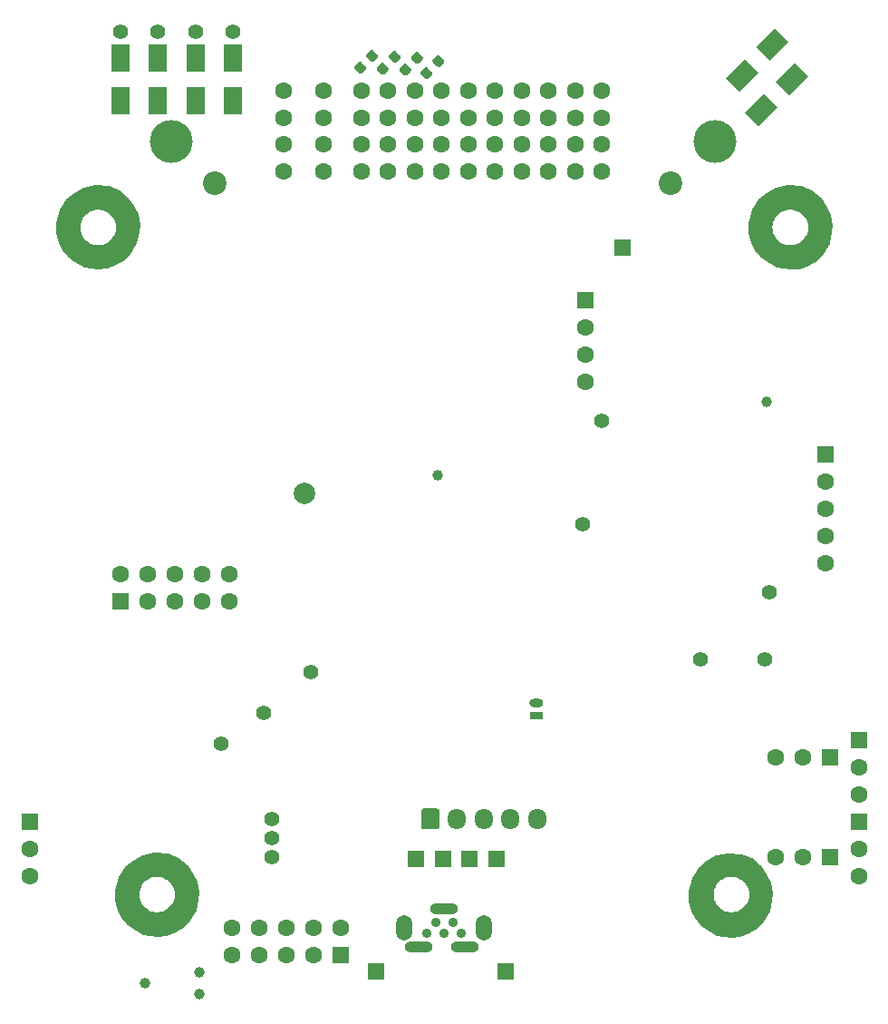
<source format=gbr>
%TF.GenerationSoftware,KiCad,Pcbnew,5.1.5+dfsg1-2build2*%
%TF.CreationDate,2021-12-29T17:16:46+01:00*%
%TF.ProjectId,micro_rusEFI,6d696372-6f5f-4727-9573-4546492e6b69,R0.5.5rc2*%
%TF.SameCoordinates,Original*%
%TF.FileFunction,Soldermask,Bot*%
%TF.FilePolarity,Negative*%
%FSLAX46Y46*%
G04 Gerber Fmt 4.6, Leading zero omitted, Abs format (unit mm)*
G04 Created by KiCad (PCBNEW 5.1.5+dfsg1-2build2) date 2021-12-29 17:16:46*
%MOMM*%
%LPD*%
G04 APERTURE LIST*
%ADD10O,1.700152X1.950152*%
%ADD11C,0.100000*%
%ADD12O,2.616352X1.016152*%
%ADD13C,0.889152*%
%ADD14O,1.500152X2.380152*%
%ADD15C,1.400152*%
%ADD16R,1.800152X2.500152*%
%ADD17C,2.000152*%
%ADD18C,0.990752*%
%ADD19C,1.000000*%
%ADD20R,1.600152X1.600152*%
%ADD21C,1.600152*%
%ADD22C,4.000152*%
%ADD23C,2.200152*%
%ADD24R,1.300152X0.800152*%
%ADD25O,1.300152X0.800152*%
%ADD26R,1.524152X1.524152*%
%ADD27C,0.254000*%
G04 APERTURE END LIST*
D10*
X69629040Y-97551240D03*
X67129040Y-97551240D03*
X64629040Y-97551240D03*
X62129040Y-97551240D03*
D11*
G36*
X60253691Y-96577367D02*
G01*
X60277951Y-96580966D01*
X60301743Y-96586926D01*
X60324835Y-96595188D01*
X60347006Y-96605674D01*
X60368043Y-96618283D01*
X60387743Y-96632894D01*
X60405916Y-96649364D01*
X60422386Y-96667537D01*
X60436997Y-96687237D01*
X60449606Y-96708274D01*
X60460092Y-96730445D01*
X60468354Y-96753537D01*
X60474314Y-96777329D01*
X60477913Y-96801589D01*
X60479116Y-96826086D01*
X60479116Y-98276394D01*
X60477913Y-98300891D01*
X60474314Y-98325151D01*
X60468354Y-98348943D01*
X60460092Y-98372035D01*
X60449606Y-98394206D01*
X60436997Y-98415243D01*
X60422386Y-98434943D01*
X60405916Y-98453116D01*
X60387743Y-98469586D01*
X60368043Y-98484197D01*
X60347006Y-98496806D01*
X60324835Y-98507292D01*
X60301743Y-98515554D01*
X60277951Y-98521514D01*
X60253691Y-98525113D01*
X60229194Y-98526316D01*
X59028886Y-98526316D01*
X59004389Y-98525113D01*
X58980129Y-98521514D01*
X58956337Y-98515554D01*
X58933245Y-98507292D01*
X58911074Y-98496806D01*
X58890037Y-98484197D01*
X58870337Y-98469586D01*
X58852164Y-98453116D01*
X58835694Y-98434943D01*
X58821083Y-98415243D01*
X58808474Y-98394206D01*
X58797988Y-98372035D01*
X58789726Y-98348943D01*
X58783766Y-98325151D01*
X58780167Y-98300891D01*
X58778964Y-98276394D01*
X58778964Y-96826086D01*
X58780167Y-96801589D01*
X58783766Y-96777329D01*
X58789726Y-96753537D01*
X58797988Y-96730445D01*
X58808474Y-96708274D01*
X58821083Y-96687237D01*
X58835694Y-96667537D01*
X58852164Y-96649364D01*
X58870337Y-96632894D01*
X58890037Y-96618283D01*
X58911074Y-96605674D01*
X58933245Y-96595188D01*
X58956337Y-96586926D01*
X58980129Y-96580966D01*
X59004389Y-96577367D01*
X59028886Y-96576164D01*
X60229194Y-96576164D01*
X60253691Y-96577367D01*
G37*
D12*
X58534600Y-109471400D03*
X62834600Y-109471400D03*
X60934600Y-105971400D03*
D13*
X59334600Y-108221400D03*
X60134600Y-107221400D03*
X60934600Y-108221400D03*
X61734600Y-107221400D03*
X62534600Y-108221400D03*
D14*
X57234600Y-107721400D03*
X64634600Y-107721400D03*
D15*
X91350000Y-76400000D03*
X75650000Y-60400000D03*
D11*
G36*
X60394928Y-26246337D02*
G01*
X60416166Y-26249487D01*
X60436994Y-26254704D01*
X60457210Y-26261937D01*
X60476619Y-26271117D01*
X60495035Y-26282155D01*
X60512281Y-26294946D01*
X60528189Y-26309365D01*
X60890635Y-26671811D01*
X60905054Y-26687719D01*
X60917845Y-26704965D01*
X60928883Y-26723381D01*
X60938063Y-26742790D01*
X60945296Y-26763006D01*
X60950513Y-26783834D01*
X60953663Y-26805072D01*
X60954717Y-26826517D01*
X60953663Y-26847962D01*
X60950513Y-26869200D01*
X60945296Y-26890028D01*
X60938063Y-26910244D01*
X60928883Y-26929653D01*
X60917845Y-26948069D01*
X60905054Y-26965315D01*
X60890635Y-26981223D01*
X60581223Y-27290635D01*
X60565315Y-27305054D01*
X60548069Y-27317845D01*
X60529653Y-27328883D01*
X60510244Y-27338063D01*
X60490028Y-27345296D01*
X60469200Y-27350513D01*
X60447962Y-27353663D01*
X60426517Y-27354717D01*
X60405072Y-27353663D01*
X60383834Y-27350513D01*
X60363006Y-27345296D01*
X60342790Y-27338063D01*
X60323381Y-27328883D01*
X60304965Y-27317845D01*
X60287719Y-27305054D01*
X60271811Y-27290635D01*
X59909365Y-26928189D01*
X59894946Y-26912281D01*
X59882155Y-26895035D01*
X59871117Y-26876619D01*
X59861937Y-26857210D01*
X59854704Y-26836994D01*
X59849487Y-26816166D01*
X59846337Y-26794928D01*
X59845283Y-26773483D01*
X59846337Y-26752038D01*
X59849487Y-26730800D01*
X59854704Y-26709972D01*
X59861937Y-26689756D01*
X59871117Y-26670347D01*
X59882155Y-26651931D01*
X59894946Y-26634685D01*
X59909365Y-26618777D01*
X60218777Y-26309365D01*
X60234685Y-26294946D01*
X60251931Y-26282155D01*
X60270347Y-26271117D01*
X60289756Y-26261937D01*
X60309972Y-26254704D01*
X60330800Y-26249487D01*
X60352038Y-26246337D01*
X60373483Y-26245283D01*
X60394928Y-26246337D01*
G37*
G36*
X59281234Y-27360031D02*
G01*
X59302472Y-27363181D01*
X59323300Y-27368398D01*
X59343516Y-27375631D01*
X59362925Y-27384811D01*
X59381341Y-27395849D01*
X59398587Y-27408640D01*
X59414495Y-27423059D01*
X59776941Y-27785505D01*
X59791360Y-27801413D01*
X59804151Y-27818659D01*
X59815189Y-27837075D01*
X59824369Y-27856484D01*
X59831602Y-27876700D01*
X59836819Y-27897528D01*
X59839969Y-27918766D01*
X59841023Y-27940211D01*
X59839969Y-27961656D01*
X59836819Y-27982894D01*
X59831602Y-28003722D01*
X59824369Y-28023938D01*
X59815189Y-28043347D01*
X59804151Y-28061763D01*
X59791360Y-28079009D01*
X59776941Y-28094917D01*
X59467529Y-28404329D01*
X59451621Y-28418748D01*
X59434375Y-28431539D01*
X59415959Y-28442577D01*
X59396550Y-28451757D01*
X59376334Y-28458990D01*
X59355506Y-28464207D01*
X59334268Y-28467357D01*
X59312823Y-28468411D01*
X59291378Y-28467357D01*
X59270140Y-28464207D01*
X59249312Y-28458990D01*
X59229096Y-28451757D01*
X59209687Y-28442577D01*
X59191271Y-28431539D01*
X59174025Y-28418748D01*
X59158117Y-28404329D01*
X58795671Y-28041883D01*
X58781252Y-28025975D01*
X58768461Y-28008729D01*
X58757423Y-27990313D01*
X58748243Y-27970904D01*
X58741010Y-27950688D01*
X58735793Y-27929860D01*
X58732643Y-27908622D01*
X58731589Y-27887177D01*
X58732643Y-27865732D01*
X58735793Y-27844494D01*
X58741010Y-27823666D01*
X58748243Y-27803450D01*
X58757423Y-27784041D01*
X58768461Y-27765625D01*
X58781252Y-27748379D01*
X58795671Y-27732471D01*
X59105083Y-27423059D01*
X59120991Y-27408640D01*
X59138237Y-27395849D01*
X59156653Y-27384811D01*
X59176062Y-27375631D01*
X59196278Y-27368398D01*
X59217106Y-27363181D01*
X59238344Y-27360031D01*
X59259789Y-27358977D01*
X59281234Y-27360031D01*
G37*
G36*
X58394928Y-25946337D02*
G01*
X58416166Y-25949487D01*
X58436994Y-25954704D01*
X58457210Y-25961937D01*
X58476619Y-25971117D01*
X58495035Y-25982155D01*
X58512281Y-25994946D01*
X58528189Y-26009365D01*
X58890635Y-26371811D01*
X58905054Y-26387719D01*
X58917845Y-26404965D01*
X58928883Y-26423381D01*
X58938063Y-26442790D01*
X58945296Y-26463006D01*
X58950513Y-26483834D01*
X58953663Y-26505072D01*
X58954717Y-26526517D01*
X58953663Y-26547962D01*
X58950513Y-26569200D01*
X58945296Y-26590028D01*
X58938063Y-26610244D01*
X58928883Y-26629653D01*
X58917845Y-26648069D01*
X58905054Y-26665315D01*
X58890635Y-26681223D01*
X58581223Y-26990635D01*
X58565315Y-27005054D01*
X58548069Y-27017845D01*
X58529653Y-27028883D01*
X58510244Y-27038063D01*
X58490028Y-27045296D01*
X58469200Y-27050513D01*
X58447962Y-27053663D01*
X58426517Y-27054717D01*
X58405072Y-27053663D01*
X58383834Y-27050513D01*
X58363006Y-27045296D01*
X58342790Y-27038063D01*
X58323381Y-27028883D01*
X58304965Y-27017845D01*
X58287719Y-27005054D01*
X58271811Y-26990635D01*
X57909365Y-26628189D01*
X57894946Y-26612281D01*
X57882155Y-26595035D01*
X57871117Y-26576619D01*
X57861937Y-26557210D01*
X57854704Y-26536994D01*
X57849487Y-26516166D01*
X57846337Y-26494928D01*
X57845283Y-26473483D01*
X57846337Y-26452038D01*
X57849487Y-26430800D01*
X57854704Y-26409972D01*
X57861937Y-26389756D01*
X57871117Y-26370347D01*
X57882155Y-26351931D01*
X57894946Y-26334685D01*
X57909365Y-26318777D01*
X58218777Y-26009365D01*
X58234685Y-25994946D01*
X58251931Y-25982155D01*
X58270347Y-25971117D01*
X58289756Y-25961937D01*
X58309972Y-25954704D01*
X58330800Y-25949487D01*
X58352038Y-25946337D01*
X58373483Y-25945283D01*
X58394928Y-25946337D01*
G37*
G36*
X57281234Y-27060031D02*
G01*
X57302472Y-27063181D01*
X57323300Y-27068398D01*
X57343516Y-27075631D01*
X57362925Y-27084811D01*
X57381341Y-27095849D01*
X57398587Y-27108640D01*
X57414495Y-27123059D01*
X57776941Y-27485505D01*
X57791360Y-27501413D01*
X57804151Y-27518659D01*
X57815189Y-27537075D01*
X57824369Y-27556484D01*
X57831602Y-27576700D01*
X57836819Y-27597528D01*
X57839969Y-27618766D01*
X57841023Y-27640211D01*
X57839969Y-27661656D01*
X57836819Y-27682894D01*
X57831602Y-27703722D01*
X57824369Y-27723938D01*
X57815189Y-27743347D01*
X57804151Y-27761763D01*
X57791360Y-27779009D01*
X57776941Y-27794917D01*
X57467529Y-28104329D01*
X57451621Y-28118748D01*
X57434375Y-28131539D01*
X57415959Y-28142577D01*
X57396550Y-28151757D01*
X57376334Y-28158990D01*
X57355506Y-28164207D01*
X57334268Y-28167357D01*
X57312823Y-28168411D01*
X57291378Y-28167357D01*
X57270140Y-28164207D01*
X57249312Y-28158990D01*
X57229096Y-28151757D01*
X57209687Y-28142577D01*
X57191271Y-28131539D01*
X57174025Y-28118748D01*
X57158117Y-28104329D01*
X56795671Y-27741883D01*
X56781252Y-27725975D01*
X56768461Y-27708729D01*
X56757423Y-27690313D01*
X56748243Y-27670904D01*
X56741010Y-27650688D01*
X56735793Y-27629860D01*
X56732643Y-27608622D01*
X56731589Y-27587177D01*
X56732643Y-27565732D01*
X56735793Y-27544494D01*
X56741010Y-27523666D01*
X56748243Y-27503450D01*
X56757423Y-27484041D01*
X56768461Y-27465625D01*
X56781252Y-27448379D01*
X56795671Y-27432471D01*
X57105083Y-27123059D01*
X57120991Y-27108640D01*
X57138237Y-27095849D01*
X57156653Y-27084811D01*
X57176062Y-27075631D01*
X57196278Y-27068398D01*
X57217106Y-27063181D01*
X57238344Y-27060031D01*
X57259789Y-27058977D01*
X57281234Y-27060031D01*
G37*
G36*
X54194928Y-25746337D02*
G01*
X54216166Y-25749487D01*
X54236994Y-25754704D01*
X54257210Y-25761937D01*
X54276619Y-25771117D01*
X54295035Y-25782155D01*
X54312281Y-25794946D01*
X54328189Y-25809365D01*
X54690635Y-26171811D01*
X54705054Y-26187719D01*
X54717845Y-26204965D01*
X54728883Y-26223381D01*
X54738063Y-26242790D01*
X54745296Y-26263006D01*
X54750513Y-26283834D01*
X54753663Y-26305072D01*
X54754717Y-26326517D01*
X54753663Y-26347962D01*
X54750513Y-26369200D01*
X54745296Y-26390028D01*
X54738063Y-26410244D01*
X54728883Y-26429653D01*
X54717845Y-26448069D01*
X54705054Y-26465315D01*
X54690635Y-26481223D01*
X54381223Y-26790635D01*
X54365315Y-26805054D01*
X54348069Y-26817845D01*
X54329653Y-26828883D01*
X54310244Y-26838063D01*
X54290028Y-26845296D01*
X54269200Y-26850513D01*
X54247962Y-26853663D01*
X54226517Y-26854717D01*
X54205072Y-26853663D01*
X54183834Y-26850513D01*
X54163006Y-26845296D01*
X54142790Y-26838063D01*
X54123381Y-26828883D01*
X54104965Y-26817845D01*
X54087719Y-26805054D01*
X54071811Y-26790635D01*
X53709365Y-26428189D01*
X53694946Y-26412281D01*
X53682155Y-26395035D01*
X53671117Y-26376619D01*
X53661937Y-26357210D01*
X53654704Y-26336994D01*
X53649487Y-26316166D01*
X53646337Y-26294928D01*
X53645283Y-26273483D01*
X53646337Y-26252038D01*
X53649487Y-26230800D01*
X53654704Y-26209972D01*
X53661937Y-26189756D01*
X53671117Y-26170347D01*
X53682155Y-26151931D01*
X53694946Y-26134685D01*
X53709365Y-26118777D01*
X54018777Y-25809365D01*
X54034685Y-25794946D01*
X54051931Y-25782155D01*
X54070347Y-25771117D01*
X54089756Y-25761937D01*
X54109972Y-25754704D01*
X54130800Y-25749487D01*
X54152038Y-25746337D01*
X54173483Y-25745283D01*
X54194928Y-25746337D01*
G37*
G36*
X53081234Y-26860031D02*
G01*
X53102472Y-26863181D01*
X53123300Y-26868398D01*
X53143516Y-26875631D01*
X53162925Y-26884811D01*
X53181341Y-26895849D01*
X53198587Y-26908640D01*
X53214495Y-26923059D01*
X53576941Y-27285505D01*
X53591360Y-27301413D01*
X53604151Y-27318659D01*
X53615189Y-27337075D01*
X53624369Y-27356484D01*
X53631602Y-27376700D01*
X53636819Y-27397528D01*
X53639969Y-27418766D01*
X53641023Y-27440211D01*
X53639969Y-27461656D01*
X53636819Y-27482894D01*
X53631602Y-27503722D01*
X53624369Y-27523938D01*
X53615189Y-27543347D01*
X53604151Y-27561763D01*
X53591360Y-27579009D01*
X53576941Y-27594917D01*
X53267529Y-27904329D01*
X53251621Y-27918748D01*
X53234375Y-27931539D01*
X53215959Y-27942577D01*
X53196550Y-27951757D01*
X53176334Y-27958990D01*
X53155506Y-27964207D01*
X53134268Y-27967357D01*
X53112823Y-27968411D01*
X53091378Y-27967357D01*
X53070140Y-27964207D01*
X53049312Y-27958990D01*
X53029096Y-27951757D01*
X53009687Y-27942577D01*
X52991271Y-27931539D01*
X52974025Y-27918748D01*
X52958117Y-27904329D01*
X52595671Y-27541883D01*
X52581252Y-27525975D01*
X52568461Y-27508729D01*
X52557423Y-27490313D01*
X52548243Y-27470904D01*
X52541010Y-27450688D01*
X52535793Y-27429860D01*
X52532643Y-27408622D01*
X52531589Y-27387177D01*
X52532643Y-27365732D01*
X52535793Y-27344494D01*
X52541010Y-27323666D01*
X52548243Y-27303450D01*
X52557423Y-27284041D01*
X52568461Y-27265625D01*
X52581252Y-27248379D01*
X52595671Y-27232471D01*
X52905083Y-26923059D01*
X52920991Y-26908640D01*
X52938237Y-26895849D01*
X52956653Y-26884811D01*
X52976062Y-26875631D01*
X52996278Y-26868398D01*
X53017106Y-26863181D01*
X53038344Y-26860031D01*
X53059789Y-26858977D01*
X53081234Y-26860031D01*
G37*
G36*
X56294928Y-25846337D02*
G01*
X56316166Y-25849487D01*
X56336994Y-25854704D01*
X56357210Y-25861937D01*
X56376619Y-25871117D01*
X56395035Y-25882155D01*
X56412281Y-25894946D01*
X56428189Y-25909365D01*
X56790635Y-26271811D01*
X56805054Y-26287719D01*
X56817845Y-26304965D01*
X56828883Y-26323381D01*
X56838063Y-26342790D01*
X56845296Y-26363006D01*
X56850513Y-26383834D01*
X56853663Y-26405072D01*
X56854717Y-26426517D01*
X56853663Y-26447962D01*
X56850513Y-26469200D01*
X56845296Y-26490028D01*
X56838063Y-26510244D01*
X56828883Y-26529653D01*
X56817845Y-26548069D01*
X56805054Y-26565315D01*
X56790635Y-26581223D01*
X56481223Y-26890635D01*
X56465315Y-26905054D01*
X56448069Y-26917845D01*
X56429653Y-26928883D01*
X56410244Y-26938063D01*
X56390028Y-26945296D01*
X56369200Y-26950513D01*
X56347962Y-26953663D01*
X56326517Y-26954717D01*
X56305072Y-26953663D01*
X56283834Y-26950513D01*
X56263006Y-26945296D01*
X56242790Y-26938063D01*
X56223381Y-26928883D01*
X56204965Y-26917845D01*
X56187719Y-26905054D01*
X56171811Y-26890635D01*
X55809365Y-26528189D01*
X55794946Y-26512281D01*
X55782155Y-26495035D01*
X55771117Y-26476619D01*
X55761937Y-26457210D01*
X55754704Y-26436994D01*
X55749487Y-26416166D01*
X55746337Y-26394928D01*
X55745283Y-26373483D01*
X55746337Y-26352038D01*
X55749487Y-26330800D01*
X55754704Y-26309972D01*
X55761937Y-26289756D01*
X55771117Y-26270347D01*
X55782155Y-26251931D01*
X55794946Y-26234685D01*
X55809365Y-26218777D01*
X56118777Y-25909365D01*
X56134685Y-25894946D01*
X56151931Y-25882155D01*
X56170347Y-25871117D01*
X56189756Y-25861937D01*
X56209972Y-25854704D01*
X56230800Y-25849487D01*
X56252038Y-25846337D01*
X56273483Y-25845283D01*
X56294928Y-25846337D01*
G37*
G36*
X55181234Y-26960031D02*
G01*
X55202472Y-26963181D01*
X55223300Y-26968398D01*
X55243516Y-26975631D01*
X55262925Y-26984811D01*
X55281341Y-26995849D01*
X55298587Y-27008640D01*
X55314495Y-27023059D01*
X55676941Y-27385505D01*
X55691360Y-27401413D01*
X55704151Y-27418659D01*
X55715189Y-27437075D01*
X55724369Y-27456484D01*
X55731602Y-27476700D01*
X55736819Y-27497528D01*
X55739969Y-27518766D01*
X55741023Y-27540211D01*
X55739969Y-27561656D01*
X55736819Y-27582894D01*
X55731602Y-27603722D01*
X55724369Y-27623938D01*
X55715189Y-27643347D01*
X55704151Y-27661763D01*
X55691360Y-27679009D01*
X55676941Y-27694917D01*
X55367529Y-28004329D01*
X55351621Y-28018748D01*
X55334375Y-28031539D01*
X55315959Y-28042577D01*
X55296550Y-28051757D01*
X55276334Y-28058990D01*
X55255506Y-28064207D01*
X55234268Y-28067357D01*
X55212823Y-28068411D01*
X55191378Y-28067357D01*
X55170140Y-28064207D01*
X55149312Y-28058990D01*
X55129096Y-28051757D01*
X55109687Y-28042577D01*
X55091271Y-28031539D01*
X55074025Y-28018748D01*
X55058117Y-28004329D01*
X54695671Y-27641883D01*
X54681252Y-27625975D01*
X54668461Y-27608729D01*
X54657423Y-27590313D01*
X54648243Y-27570904D01*
X54641010Y-27550688D01*
X54635793Y-27529860D01*
X54632643Y-27508622D01*
X54631589Y-27487177D01*
X54632643Y-27465732D01*
X54635793Y-27444494D01*
X54641010Y-27423666D01*
X54648243Y-27403450D01*
X54657423Y-27384041D01*
X54668461Y-27365625D01*
X54681252Y-27348379D01*
X54695671Y-27332471D01*
X55005083Y-27023059D01*
X55020991Y-27008640D01*
X55038237Y-26995849D01*
X55056653Y-26984811D01*
X55076062Y-26975631D01*
X55096278Y-26968398D01*
X55117106Y-26963181D01*
X55138344Y-26960031D01*
X55159789Y-26958977D01*
X55181234Y-26960031D01*
G37*
D15*
X34200000Y-24100000D03*
X30700000Y-24100000D03*
D16*
X30700000Y-26500000D03*
X30700000Y-30500000D03*
X34200000Y-26500000D03*
X34200000Y-30500000D03*
D15*
X37700000Y-24100000D03*
X41200000Y-24100000D03*
D16*
X41200000Y-26500000D03*
X41200000Y-30500000D03*
X37700000Y-26500000D03*
X37700000Y-30500000D03*
D17*
X47879000Y-67183000D03*
D18*
X38100000Y-111887000D03*
X38100000Y-113919000D03*
X33020000Y-112903000D03*
D11*
G36*
X90833273Y-29793827D02*
G01*
X92106173Y-31066727D01*
X90338299Y-32834601D01*
X89065399Y-31561701D01*
X90833273Y-29793827D01*
G37*
G36*
X93661701Y-26965399D02*
G01*
X94934601Y-28238299D01*
X93166727Y-30006173D01*
X91893827Y-28733273D01*
X93661701Y-26965399D01*
G37*
G36*
X89033273Y-26593827D02*
G01*
X90306173Y-27866727D01*
X88538299Y-29634601D01*
X87265399Y-28361701D01*
X89033273Y-26593827D01*
G37*
G36*
X91861701Y-23765399D02*
G01*
X93134601Y-25038299D01*
X91366727Y-26806173D01*
X90093827Y-25533273D01*
X91861701Y-23765399D01*
G37*
D19*
X91084400Y-58648600D03*
X60350000Y-65450000D03*
D20*
X58311000Y-101240000D03*
X60811000Y-101240000D03*
D15*
X73900400Y-69999260D03*
X48475000Y-83819400D03*
X44792000Y-101091400D03*
X44792000Y-99313400D03*
X44792000Y-97535400D03*
X40093000Y-90550400D03*
X44030000Y-87629400D03*
D21*
X48698520Y-107718260D03*
X46158520Y-107718260D03*
X41078520Y-107718260D03*
X41078520Y-110258260D03*
X46158520Y-110258260D03*
X43618520Y-110258260D03*
X48698520Y-110258260D03*
X43618520Y-107718260D03*
X51238520Y-107718260D03*
D20*
X51238520Y-110258260D03*
D21*
X75674200Y-29567600D03*
X75674200Y-32067600D03*
X75674200Y-34567600D03*
X75674200Y-37067600D03*
X73174200Y-29567600D03*
X73174200Y-32067600D03*
X73174200Y-34567600D03*
X73174200Y-37067600D03*
X70674200Y-29567600D03*
X70674200Y-32067600D03*
X70674200Y-34567600D03*
X70674200Y-37067600D03*
X68174200Y-29567600D03*
X68174200Y-32067600D03*
X68174200Y-34567600D03*
X68174200Y-37067600D03*
X65674200Y-29567600D03*
X65674200Y-32067600D03*
X65674200Y-34567600D03*
X65674200Y-37067600D03*
X63174200Y-29567600D03*
X63174200Y-32067600D03*
X63174200Y-34567600D03*
X63174200Y-37067600D03*
X60674200Y-29567600D03*
X60674200Y-32067600D03*
X60674200Y-34567600D03*
X60674200Y-37067600D03*
X58174200Y-29567600D03*
X58174200Y-32067600D03*
X58174200Y-34567600D03*
X58174200Y-37067600D03*
X55674200Y-29567600D03*
X55674200Y-32067600D03*
X55674200Y-34567600D03*
X55674200Y-37067600D03*
X53174200Y-29567600D03*
X53174200Y-32067600D03*
X53174200Y-34567600D03*
X53174200Y-37067600D03*
X49674200Y-29567600D03*
X49674200Y-32067600D03*
X49674200Y-34567600D03*
X49674200Y-37067600D03*
X45974200Y-29567600D03*
X45974200Y-32067600D03*
X45974200Y-34567600D03*
X45974200Y-37067600D03*
D22*
X35424200Y-34317600D03*
X86224200Y-34317600D03*
D23*
X39524200Y-38167600D03*
X82124200Y-38167600D03*
D20*
X22211400Y-97789400D03*
D21*
X22211400Y-100329400D03*
X22211400Y-102869400D03*
D20*
X54596400Y-111759400D03*
X66661400Y-111759400D03*
X99681400Y-97789400D03*
D21*
X99681400Y-100329400D03*
X99681400Y-102869400D03*
D20*
X99681400Y-90169400D03*
D21*
X99681400Y-92709400D03*
X99681400Y-95249400D03*
D20*
X97014400Y-101091400D03*
D21*
X94474400Y-101091400D03*
X91934400Y-101091400D03*
D20*
X97014400Y-91820400D03*
D21*
X94474400Y-91820400D03*
X91934400Y-91820400D03*
D20*
X96525450Y-63499400D03*
D21*
X96525450Y-66039400D03*
X96525450Y-68579400D03*
X96525450Y-71119400D03*
X96525450Y-73659400D03*
D20*
X30733100Y-77215400D03*
D21*
X33273100Y-77215400D03*
X35813100Y-77215400D03*
X38353100Y-77215400D03*
X40893100Y-77215400D03*
X30733100Y-74675400D03*
X33273100Y-74675400D03*
X35813100Y-74675400D03*
X38353100Y-74675400D03*
X40893100Y-74675400D03*
D24*
X69557000Y-87934200D03*
D25*
X69557000Y-86689600D03*
D20*
X77558000Y-44246200D03*
D21*
X74103600Y-54225809D03*
X74103600Y-51685809D03*
X74103600Y-56765809D03*
D20*
X74103600Y-49145809D03*
D26*
X63311000Y-101240000D03*
X65811000Y-101240000D03*
D15*
X84851000Y-82651000D03*
X90851000Y-82651000D03*
D27*
G36*
X94312231Y-38561406D02*
G01*
X95199053Y-38953257D01*
X96027416Y-39665991D01*
X96519370Y-40342429D01*
X96889068Y-41143441D01*
X97090185Y-42107310D01*
X97029363Y-42715536D01*
X96799219Y-43766505D01*
X96229245Y-44683621D01*
X95554189Y-45363118D01*
X94751640Y-45795260D01*
X94141995Y-46039118D01*
X93223255Y-46100367D01*
X91991250Y-45915567D01*
X91021466Y-45343642D01*
X90577533Y-44994243D01*
X90085289Y-44378938D01*
X89734195Y-43748715D01*
X89489109Y-42890915D01*
X89489109Y-42301200D01*
X91439099Y-42301200D01*
X91459100Y-42568090D01*
X91518655Y-42829018D01*
X91616434Y-43078156D01*
X91750253Y-43309937D01*
X91917123Y-43519185D01*
X92113316Y-43701226D01*
X92334449Y-43851992D01*
X92575583Y-43968116D01*
X92831331Y-44047003D01*
X93095980Y-44086893D01*
X93363618Y-44086893D01*
X93628267Y-44047003D01*
X93884015Y-43968116D01*
X94125149Y-43851992D01*
X94346282Y-43701226D01*
X94542475Y-43519185D01*
X94709345Y-43309937D01*
X94843164Y-43078156D01*
X94940943Y-42829018D01*
X95000498Y-42568090D01*
X95020499Y-42301200D01*
X95000498Y-42034310D01*
X94940943Y-41773382D01*
X94843164Y-41524244D01*
X94709345Y-41292463D01*
X94542475Y-41083215D01*
X94346282Y-40901174D01*
X94125149Y-40750408D01*
X93884015Y-40634284D01*
X93628267Y-40555397D01*
X93363618Y-40515507D01*
X93095980Y-40515507D01*
X92831331Y-40555397D01*
X92575583Y-40634284D01*
X92334449Y-40750408D01*
X92113316Y-40901174D01*
X91917123Y-41083215D01*
X91750253Y-41292463D01*
X91616434Y-41524244D01*
X91518655Y-41773382D01*
X91459100Y-42034310D01*
X91439099Y-42301200D01*
X89489109Y-42301200D01*
X89489109Y-41908338D01*
X89797578Y-40674461D01*
X90409652Y-39744108D01*
X91084711Y-39204062D01*
X91949127Y-38710109D01*
X92991753Y-38464785D01*
X94312231Y-38561406D01*
G37*
X94312231Y-38561406D02*
X95199053Y-38953257D01*
X96027416Y-39665991D01*
X96519370Y-40342429D01*
X96889068Y-41143441D01*
X97090185Y-42107310D01*
X97029363Y-42715536D01*
X96799219Y-43766505D01*
X96229245Y-44683621D01*
X95554189Y-45363118D01*
X94751640Y-45795260D01*
X94141995Y-46039118D01*
X93223255Y-46100367D01*
X91991250Y-45915567D01*
X91021466Y-45343642D01*
X90577533Y-44994243D01*
X90085289Y-44378938D01*
X89734195Y-43748715D01*
X89489109Y-42890915D01*
X89489109Y-42301200D01*
X91439099Y-42301200D01*
X91459100Y-42568090D01*
X91518655Y-42829018D01*
X91616434Y-43078156D01*
X91750253Y-43309937D01*
X91917123Y-43519185D01*
X92113316Y-43701226D01*
X92334449Y-43851992D01*
X92575583Y-43968116D01*
X92831331Y-44047003D01*
X93095980Y-44086893D01*
X93363618Y-44086893D01*
X93628267Y-44047003D01*
X93884015Y-43968116D01*
X94125149Y-43851992D01*
X94346282Y-43701226D01*
X94542475Y-43519185D01*
X94709345Y-43309937D01*
X94843164Y-43078156D01*
X94940943Y-42829018D01*
X95000498Y-42568090D01*
X95020499Y-42301200D01*
X95000498Y-42034310D01*
X94940943Y-41773382D01*
X94843164Y-41524244D01*
X94709345Y-41292463D01*
X94542475Y-41083215D01*
X94346282Y-40901174D01*
X94125149Y-40750408D01*
X93884015Y-40634284D01*
X93628267Y-40555397D01*
X93363618Y-40515507D01*
X93095980Y-40515507D01*
X92831331Y-40555397D01*
X92575583Y-40634284D01*
X92334449Y-40750408D01*
X92113316Y-40901174D01*
X91917123Y-41083215D01*
X91750253Y-41292463D01*
X91616434Y-41524244D01*
X91518655Y-41773382D01*
X91459100Y-42034310D01*
X91439099Y-42301200D01*
X89489109Y-42301200D01*
X89489109Y-41908338D01*
X89797578Y-40674461D01*
X90409652Y-39744108D01*
X91084711Y-39204062D01*
X91949127Y-38710109D01*
X92991753Y-38464785D01*
X94312231Y-38561406D01*
G36*
X29604502Y-38536498D02*
G01*
X30491324Y-38928349D01*
X31319687Y-39641083D01*
X31811641Y-40317521D01*
X32181339Y-41118533D01*
X32382456Y-42082402D01*
X32321634Y-42690628D01*
X32091490Y-43741597D01*
X31521516Y-44658713D01*
X30846460Y-45338210D01*
X30043911Y-45770352D01*
X29434266Y-46014210D01*
X28515526Y-46075459D01*
X27283521Y-45890659D01*
X26313737Y-45318734D01*
X25869804Y-44969335D01*
X25377560Y-44354030D01*
X25026466Y-43723807D01*
X24781380Y-42866007D01*
X24781380Y-42301200D01*
X26770701Y-42301200D01*
X26790702Y-42568090D01*
X26850257Y-42829018D01*
X26948036Y-43078156D01*
X27081855Y-43309937D01*
X27248725Y-43519185D01*
X27444918Y-43701226D01*
X27666051Y-43851992D01*
X27907185Y-43968116D01*
X28162933Y-44047003D01*
X28427582Y-44086893D01*
X28695220Y-44086893D01*
X28959869Y-44047003D01*
X29215617Y-43968116D01*
X29456751Y-43851992D01*
X29677884Y-43701226D01*
X29874077Y-43519185D01*
X30040947Y-43309937D01*
X30174766Y-43078156D01*
X30272545Y-42829018D01*
X30332100Y-42568090D01*
X30352101Y-42301200D01*
X30332100Y-42034310D01*
X30272545Y-41773382D01*
X30174766Y-41524244D01*
X30040947Y-41292463D01*
X29874077Y-41083215D01*
X29677884Y-40901174D01*
X29456751Y-40750408D01*
X29215617Y-40634284D01*
X28959869Y-40555397D01*
X28695220Y-40515507D01*
X28427582Y-40515507D01*
X28162933Y-40555397D01*
X27907185Y-40634284D01*
X27666051Y-40750408D01*
X27444918Y-40901174D01*
X27248725Y-41083215D01*
X27081855Y-41292463D01*
X26948036Y-41524244D01*
X26850257Y-41773382D01*
X26790702Y-42034310D01*
X26770701Y-42301200D01*
X24781380Y-42301200D01*
X24781380Y-41883430D01*
X25089849Y-40649553D01*
X25701923Y-39719200D01*
X26376982Y-39179154D01*
X27241398Y-38685201D01*
X28284024Y-38439877D01*
X29604502Y-38536498D01*
G37*
X29604502Y-38536498D02*
X30491324Y-38928349D01*
X31319687Y-39641083D01*
X31811641Y-40317521D01*
X32181339Y-41118533D01*
X32382456Y-42082402D01*
X32321634Y-42690628D01*
X32091490Y-43741597D01*
X31521516Y-44658713D01*
X30846460Y-45338210D01*
X30043911Y-45770352D01*
X29434266Y-46014210D01*
X28515526Y-46075459D01*
X27283521Y-45890659D01*
X26313737Y-45318734D01*
X25869804Y-44969335D01*
X25377560Y-44354030D01*
X25026466Y-43723807D01*
X24781380Y-42866007D01*
X24781380Y-42301200D01*
X26770701Y-42301200D01*
X26790702Y-42568090D01*
X26850257Y-42829018D01*
X26948036Y-43078156D01*
X27081855Y-43309937D01*
X27248725Y-43519185D01*
X27444918Y-43701226D01*
X27666051Y-43851992D01*
X27907185Y-43968116D01*
X28162933Y-44047003D01*
X28427582Y-44086893D01*
X28695220Y-44086893D01*
X28959869Y-44047003D01*
X29215617Y-43968116D01*
X29456751Y-43851992D01*
X29677884Y-43701226D01*
X29874077Y-43519185D01*
X30040947Y-43309937D01*
X30174766Y-43078156D01*
X30272545Y-42829018D01*
X30332100Y-42568090D01*
X30352101Y-42301200D01*
X30332100Y-42034310D01*
X30272545Y-41773382D01*
X30174766Y-41524244D01*
X30040947Y-41292463D01*
X29874077Y-41083215D01*
X29677884Y-40901174D01*
X29456751Y-40750408D01*
X29215617Y-40634284D01*
X28959869Y-40555397D01*
X28695220Y-40515507D01*
X28427582Y-40515507D01*
X28162933Y-40555397D01*
X27907185Y-40634284D01*
X27666051Y-40750408D01*
X27444918Y-40901174D01*
X27248725Y-41083215D01*
X27081855Y-41292463D01*
X26948036Y-41524244D01*
X26850257Y-41773382D01*
X26790702Y-42034310D01*
X26770701Y-42301200D01*
X24781380Y-42301200D01*
X24781380Y-41883430D01*
X25089849Y-40649553D01*
X25701923Y-39719200D01*
X26376982Y-39179154D01*
X27241398Y-38685201D01*
X28284024Y-38439877D01*
X29604502Y-38536498D01*
G36*
X35130231Y-100854906D02*
G01*
X36017053Y-101246757D01*
X36845416Y-101959491D01*
X37337370Y-102635929D01*
X37707068Y-103436941D01*
X37908185Y-104400810D01*
X37847363Y-105009036D01*
X37617219Y-106060005D01*
X37047245Y-106977121D01*
X36372189Y-107656618D01*
X35569640Y-108088760D01*
X34959995Y-108332618D01*
X34041255Y-108393867D01*
X32809250Y-108209067D01*
X31839466Y-107637142D01*
X31395533Y-107287743D01*
X30903289Y-106672438D01*
X30552195Y-106042215D01*
X30307109Y-105184415D01*
X30307109Y-104569300D01*
X32269800Y-104569300D01*
X32289801Y-104836190D01*
X32349356Y-105097118D01*
X32447135Y-105346256D01*
X32580954Y-105578037D01*
X32747824Y-105787285D01*
X32944017Y-105969326D01*
X33165150Y-106120092D01*
X33406284Y-106236216D01*
X33662032Y-106315103D01*
X33926681Y-106354993D01*
X34194319Y-106354993D01*
X34458968Y-106315103D01*
X34714716Y-106236216D01*
X34955850Y-106120092D01*
X35176983Y-105969326D01*
X35373176Y-105787285D01*
X35540046Y-105578037D01*
X35673865Y-105346256D01*
X35771644Y-105097118D01*
X35831199Y-104836190D01*
X35851200Y-104569300D01*
X35831199Y-104302410D01*
X35771644Y-104041482D01*
X35673865Y-103792344D01*
X35540046Y-103560563D01*
X35373176Y-103351315D01*
X35176983Y-103169274D01*
X34955850Y-103018508D01*
X34714716Y-102902384D01*
X34458968Y-102823497D01*
X34194319Y-102783607D01*
X33926681Y-102783607D01*
X33662032Y-102823497D01*
X33406284Y-102902384D01*
X33165150Y-103018508D01*
X32944017Y-103169274D01*
X32747824Y-103351315D01*
X32580954Y-103560563D01*
X32447135Y-103792344D01*
X32349356Y-104041482D01*
X32289801Y-104302410D01*
X32269800Y-104569300D01*
X30307109Y-104569300D01*
X30307109Y-104201838D01*
X30615578Y-102967961D01*
X31227652Y-102037608D01*
X31902711Y-101497562D01*
X32767127Y-101003609D01*
X33809753Y-100758285D01*
X35130231Y-100854906D01*
G37*
X35130231Y-100854906D02*
X36017053Y-101246757D01*
X36845416Y-101959491D01*
X37337370Y-102635929D01*
X37707068Y-103436941D01*
X37908185Y-104400810D01*
X37847363Y-105009036D01*
X37617219Y-106060005D01*
X37047245Y-106977121D01*
X36372189Y-107656618D01*
X35569640Y-108088760D01*
X34959995Y-108332618D01*
X34041255Y-108393867D01*
X32809250Y-108209067D01*
X31839466Y-107637142D01*
X31395533Y-107287743D01*
X30903289Y-106672438D01*
X30552195Y-106042215D01*
X30307109Y-105184415D01*
X30307109Y-104569300D01*
X32269800Y-104569300D01*
X32289801Y-104836190D01*
X32349356Y-105097118D01*
X32447135Y-105346256D01*
X32580954Y-105578037D01*
X32747824Y-105787285D01*
X32944017Y-105969326D01*
X33165150Y-106120092D01*
X33406284Y-106236216D01*
X33662032Y-106315103D01*
X33926681Y-106354993D01*
X34194319Y-106354993D01*
X34458968Y-106315103D01*
X34714716Y-106236216D01*
X34955850Y-106120092D01*
X35176983Y-105969326D01*
X35373176Y-105787285D01*
X35540046Y-105578037D01*
X35673865Y-105346256D01*
X35771644Y-105097118D01*
X35831199Y-104836190D01*
X35851200Y-104569300D01*
X35831199Y-104302410D01*
X35771644Y-104041482D01*
X35673865Y-103792344D01*
X35540046Y-103560563D01*
X35373176Y-103351315D01*
X35176983Y-103169274D01*
X34955850Y-103018508D01*
X34714716Y-102902384D01*
X34458968Y-102823497D01*
X34194319Y-102783607D01*
X33926681Y-102783607D01*
X33662032Y-102823497D01*
X33406284Y-102902384D01*
X33165150Y-103018508D01*
X32944017Y-103169274D01*
X32747824Y-103351315D01*
X32580954Y-103560563D01*
X32447135Y-103792344D01*
X32349356Y-104041482D01*
X32289801Y-104302410D01*
X32269800Y-104569300D01*
X30307109Y-104569300D01*
X30307109Y-104201838D01*
X30615578Y-102967961D01*
X31227652Y-102037608D01*
X31902711Y-101497562D01*
X32767127Y-101003609D01*
X33809753Y-100758285D01*
X35130231Y-100854906D01*
G36*
X88724231Y-100918406D02*
G01*
X89611053Y-101310257D01*
X90439416Y-102022991D01*
X90931370Y-102699429D01*
X91301068Y-103500441D01*
X91502185Y-104464310D01*
X91441363Y-105072536D01*
X91211219Y-106123505D01*
X90641245Y-107040621D01*
X89966189Y-107720118D01*
X89163640Y-108152260D01*
X88553995Y-108396118D01*
X87635255Y-108457367D01*
X86403250Y-108272567D01*
X85433466Y-107700642D01*
X84989533Y-107351243D01*
X84497289Y-106735938D01*
X84146195Y-106105715D01*
X83901109Y-105247915D01*
X83901109Y-104569300D01*
X85940000Y-104569300D01*
X85960001Y-104836190D01*
X86019556Y-105097118D01*
X86117335Y-105346256D01*
X86251154Y-105578037D01*
X86418024Y-105787285D01*
X86614217Y-105969326D01*
X86835350Y-106120092D01*
X87076484Y-106236216D01*
X87332232Y-106315103D01*
X87596881Y-106354993D01*
X87864519Y-106354993D01*
X88129168Y-106315103D01*
X88384916Y-106236216D01*
X88626050Y-106120092D01*
X88847183Y-105969326D01*
X89043376Y-105787285D01*
X89210246Y-105578037D01*
X89344065Y-105346256D01*
X89441844Y-105097118D01*
X89501399Y-104836190D01*
X89521400Y-104569300D01*
X89501399Y-104302410D01*
X89441844Y-104041482D01*
X89344065Y-103792344D01*
X89210246Y-103560563D01*
X89043376Y-103351315D01*
X88847183Y-103169274D01*
X88626050Y-103018508D01*
X88384916Y-102902384D01*
X88129168Y-102823497D01*
X87864519Y-102783607D01*
X87596881Y-102783607D01*
X87332232Y-102823497D01*
X87076484Y-102902384D01*
X86835350Y-103018508D01*
X86614217Y-103169274D01*
X86418024Y-103351315D01*
X86251154Y-103560563D01*
X86117335Y-103792344D01*
X86019556Y-104041482D01*
X85960001Y-104302410D01*
X85940000Y-104569300D01*
X83901109Y-104569300D01*
X83901109Y-104265338D01*
X84209578Y-103031461D01*
X84821652Y-102101108D01*
X85496711Y-101561062D01*
X86361127Y-101067109D01*
X87403753Y-100821785D01*
X88724231Y-100918406D01*
G37*
X88724231Y-100918406D02*
X89611053Y-101310257D01*
X90439416Y-102022991D01*
X90931370Y-102699429D01*
X91301068Y-103500441D01*
X91502185Y-104464310D01*
X91441363Y-105072536D01*
X91211219Y-106123505D01*
X90641245Y-107040621D01*
X89966189Y-107720118D01*
X89163640Y-108152260D01*
X88553995Y-108396118D01*
X87635255Y-108457367D01*
X86403250Y-108272567D01*
X85433466Y-107700642D01*
X84989533Y-107351243D01*
X84497289Y-106735938D01*
X84146195Y-106105715D01*
X83901109Y-105247915D01*
X83901109Y-104569300D01*
X85940000Y-104569300D01*
X85960001Y-104836190D01*
X86019556Y-105097118D01*
X86117335Y-105346256D01*
X86251154Y-105578037D01*
X86418024Y-105787285D01*
X86614217Y-105969326D01*
X86835350Y-106120092D01*
X87076484Y-106236216D01*
X87332232Y-106315103D01*
X87596881Y-106354993D01*
X87864519Y-106354993D01*
X88129168Y-106315103D01*
X88384916Y-106236216D01*
X88626050Y-106120092D01*
X88847183Y-105969326D01*
X89043376Y-105787285D01*
X89210246Y-105578037D01*
X89344065Y-105346256D01*
X89441844Y-105097118D01*
X89501399Y-104836190D01*
X89521400Y-104569300D01*
X89501399Y-104302410D01*
X89441844Y-104041482D01*
X89344065Y-103792344D01*
X89210246Y-103560563D01*
X89043376Y-103351315D01*
X88847183Y-103169274D01*
X88626050Y-103018508D01*
X88384916Y-102902384D01*
X88129168Y-102823497D01*
X87864519Y-102783607D01*
X87596881Y-102783607D01*
X87332232Y-102823497D01*
X87076484Y-102902384D01*
X86835350Y-103018508D01*
X86614217Y-103169274D01*
X86418024Y-103351315D01*
X86251154Y-103560563D01*
X86117335Y-103792344D01*
X86019556Y-104041482D01*
X85960001Y-104302410D01*
X85940000Y-104569300D01*
X83901109Y-104569300D01*
X83901109Y-104265338D01*
X84209578Y-103031461D01*
X84821652Y-102101108D01*
X85496711Y-101561062D01*
X86361127Y-101067109D01*
X87403753Y-100821785D01*
X88724231Y-100918406D01*
M02*

</source>
